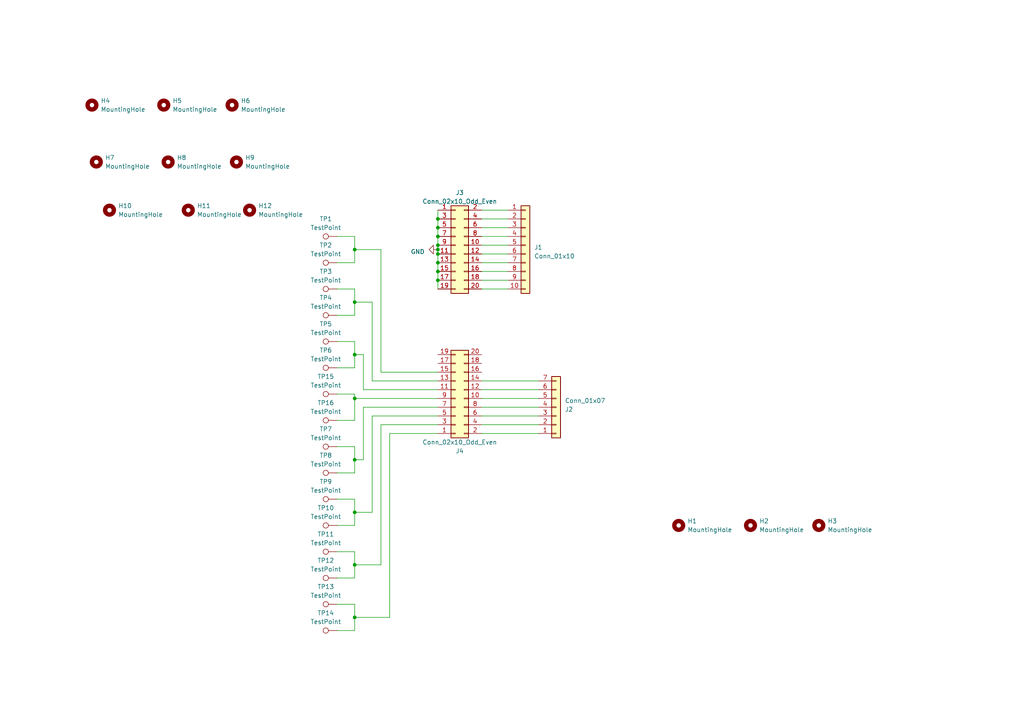
<source format=kicad_sch>
(kicad_sch (version 20230121) (generator eeschema)
  (paper "A4")
  (lib_symbols
    (symbol "Battery Symbols:TestPoint" (pin_numbers hide) (pin_names (offset 0.762) hide)
      (property "Reference" "TP" (at 0 6.858 0))
      (property "Value" "TestPoint" (at 0 5.08 0))
      (symbol "TestPoint_0_1"
        (circle (center 0 3.302) (radius 0.762))
      )
      (symbol "TestPoint_1_1"
        (pin passive line (at 0 0 90) (length 2.54) (name "1") (number "1"))
      )
    )
    (symbol "Connector_Generic:Conn_01x07" (pin_names (offset 1.016) hide)
      (property "Reference" "J" (at 0 10.16 0))
      (property "Value" "Conn_01x07" (at 0 -10.16 0))
      (symbol "Conn_01x07_1_1"
        (rectangle (start -1.27 -7.493) (end 0 -7.747) (stroke (width 0.1524)))
        (rectangle (start -1.27 -4.953) (end 0 -5.207) (stroke (width 0.1524)))
        (rectangle (start -1.27 -2.413) (end 0 -2.667) (stroke (width 0.1524)))
        (rectangle (start -1.27 0.127) (end 0 -0.127) (stroke (width 0.1524)))
        (rectangle (start -1.27 2.667) (end 0 2.413) (stroke (width 0.1524)))
        (rectangle (start -1.27 5.207) (end 0 4.953) (stroke (width 0.1524)))
        (rectangle (start -1.27 7.747) (end 0 7.493) (stroke (width 0.1524)))
        (rectangle (start -1.27 8.89) (end 1.27 -8.89) (stroke (width 0.254)) (fill (type background)))
        (pin passive line (at -5.08 7.62 0) (length 3.81) (name "Pin_1") (number "1"))
        (pin passive line (at -5.08 5.08 0) (length 3.81) (name "Pin_2") (number "2"))
        (pin passive line (at -5.08 2.54 0) (length 3.81) (name "Pin_3") (number "3"))
        (pin passive line (at -5.08 0 0) (length 3.81) (name "Pin_4") (number "4"))
        (pin passive line (at -5.08 -2.54 0) (length 3.81) (name "Pin_5") (number "5"))
        (pin passive line (at -5.08 -5.08 0) (length 3.81) (name "Pin_6") (number "6"))
        (pin passive line (at -5.08 -7.62 0) (length 3.81) (name "Pin_7") (number "7"))
      )
    )
    (symbol "Connector_Generic:Conn_01x10" (pin_names (offset 1.016) hide)
      (property "Reference" "J" (at 0 12.7 0))
      (property "Value" "Conn_01x10" (at 0 -15.24 0))
      (symbol "Conn_01x10_1_1"
        (rectangle (start -1.27 -12.573) (end 0 -12.827) (stroke (width 0.1524)))
        (rectangle (start -1.27 -10.033) (end 0 -10.287) (stroke (width 0.1524)))
        (rectangle (start -1.27 -7.493) (end 0 -7.747) (stroke (width 0.1524)))
        (rectangle (start -1.27 -4.953) (end 0 -5.207) (stroke (width 0.1524)))
        (rectangle (start -1.27 -2.413) (end 0 -2.667) (stroke (width 0.1524)))
        (rectangle (start -1.27 0.127) (end 0 -0.127) (stroke (width 0.1524)))
        (rectangle (start -1.27 2.667) (end 0 2.413) (stroke (width 0.1524)))
        (rectangle (start -1.27 5.207) (end 0 4.953) (stroke (width 0.1524)))
        (rectangle (start -1.27 7.747) (end 0 7.493) (stroke (width 0.1524)))
        (rectangle (start -1.27 10.287) (end 0 10.033) (stroke (width 0.1524)))
        (rectangle (start -1.27 11.43) (end 1.27 -13.97) (stroke (width 0.254)) (fill (type background)))
        (pin passive line (at -5.08 10.16 0) (length 3.81) (name "Pin_1") (number "1"))
        (pin passive line (at -5.08 -12.7 0) (length 3.81) (name "Pin_10") (number "10"))
        (pin passive line (at -5.08 7.62 0) (length 3.81) (name "Pin_2") (number "2"))
        (pin passive line (at -5.08 5.08 0) (length 3.81) (name "Pin_3") (number "3"))
        (pin passive line (at -5.08 2.54 0) (length 3.81) (name "Pin_4") (number "4"))
        (pin passive line (at -5.08 0 0) (length 3.81) (name "Pin_5") (number "5"))
        (pin passive line (at -5.08 -2.54 0) (length 3.81) (name "Pin_6") (number "6"))
        (pin passive line (at -5.08 -5.08 0) (length 3.81) (name "Pin_7") (number "7"))
        (pin passive line (at -5.08 -7.62 0) (length 3.81) (name "Pin_8") (number "8"))
        (pin passive line (at -5.08 -10.16 0) (length 3.81) (name "Pin_9") (number "9"))
      )
    )
    (symbol "Connector_Generic:Conn_02x10_Odd_Even" (pin_names (offset 1.016) hide)
      (property "Reference" "J" (at 1.27 12.7 0))
      (property "Value" "Conn_02x10_Odd_Even" (at 1.27 -15.24 0))
      (symbol "Conn_02x10_Odd_Even_1_1"
        (rectangle (start -1.27 -12.573) (end 0 -12.827) (stroke (width 0.1524)))
        (rectangle (start -1.27 -10.033) (end 0 -10.287) (stroke (width 0.1524)))
        (rectangle (start -1.27 -7.493) (end 0 -7.747) (stroke (width 0.1524)))
        (rectangle (start -1.27 -4.953) (end 0 -5.207) (stroke (width 0.1524)))
        (rectangle (start -1.27 -2.413) (end 0 -2.667) (stroke (width 0.1524)))
        (rectangle (start -1.27 0.127) (end 0 -0.127) (stroke (width 0.1524)))
        (rectangle (start -1.27 2.667) (end 0 2.413) (stroke (width 0.1524)))
        (rectangle (start -1.27 5.207) (end 0 4.953) (stroke (width 0.1524)))
        (rectangle (start -1.27 7.747) (end 0 7.493) (stroke (width 0.1524)))
        (rectangle (start -1.27 10.287) (end 0 10.033) (stroke (width 0.1524)))
        (rectangle (start -1.27 11.43) (end 3.81 -13.97) (stroke (width 0.254)) (fill (type background)))
        (rectangle (start 3.81 -12.573) (end 2.54 -12.827) (stroke (width 0.1524)))
        (rectangle (start 3.81 -10.033) (end 2.54 -10.287) (stroke (width 0.1524)))
        (rectangle (start 3.81 -7.493) (end 2.54 -7.747) (stroke (width 0.1524)))
        (rectangle (start 3.81 -4.953) (end 2.54 -5.207) (stroke (width 0.1524)))
        (rectangle (start 3.81 -2.413) (end 2.54 -2.667) (stroke (width 0.1524)))
        (rectangle (start 3.81 0.127) (end 2.54 -0.127) (stroke (width 0.1524)))
        (rectangle (start 3.81 2.667) (end 2.54 2.413) (stroke (width 0.1524)))
        (rectangle (start 3.81 5.207) (end 2.54 4.953) (stroke (width 0.1524)))
        (rectangle (start 3.81 7.747) (end 2.54 7.493) (stroke (width 0.1524)))
        (rectangle (start 3.81 10.287) (end 2.54 10.033) (stroke (width 0.1524)))
        (pin passive line (at -5.08 10.16 0) (length 3.81) (name "Pin_1") (number "1"))
        (pin passive line (at 7.62 0 180) (length 3.81) (name "Pin_10") (number "10"))
        (pin passive line (at -5.08 -2.54 0) (length 3.81) (name "Pin_11") (number "11"))
        (pin passive line (at 7.62 -2.54 180) (length 3.81) (name "Pin_12") (number "12"))
        (pin passive line (at -5.08 -5.08 0) (length 3.81) (name "Pin_13") (number "13"))
        (pin passive line (at 7.62 -5.08 180) (length 3.81) (name "Pin_14") (number "14"))
        (pin passive line (at -5.08 -7.62 0) (length 3.81) (name "Pin_15") (number "15"))
        (pin passive line (at 7.62 -7.62 180) (length 3.81) (name "Pin_16") (number "16"))
        (pin passive line (at -5.08 -10.16 0) (length 3.81) (name "Pin_17") (number "17"))
        (pin passive line (at 7.62 -10.16 180) (length 3.81) (name "Pin_18") (number "18"))
        (pin passive line (at -5.08 -12.7 0) (length 3.81) (name "Pin_19") (number "19"))
        (pin passive line (at 7.62 10.16 180) (length 3.81) (name "Pin_2") (number "2"))
        (pin passive line (at 7.62 -12.7 180) (length 3.81) (name "Pin_20") (number "20"))
        (pin passive line (at -5.08 7.62 0) (length 3.81) (name "Pin_3") (number "3"))
        (pin passive line (at 7.62 7.62 180) (length 3.81) (name "Pin_4") (number "4"))
        (pin passive line (at -5.08 5.08 0) (length 3.81) (name "Pin_5") (number "5"))
        (pin passive line (at 7.62 5.08 180) (length 3.81) (name "Pin_6") (number "6"))
        (pin passive line (at -5.08 2.54 0) (length 3.81) (name "Pin_7") (number "7"))
        (pin passive line (at 7.62 2.54 180) (length 3.81) (name "Pin_8") (number "8"))
        (pin passive line (at -5.08 0 0) (length 3.81) (name "Pin_9") (number "9"))
      )
    )
    (symbol "Mechanical:MountingHole" (pin_names (offset 1.016))
      (property "Reference" "H" (at 0 5.08 0))
      (property "Value" "MountingHole" (at 0 3.175 0))
      (symbol "MountingHole_0_1"
        (circle (center 0 0) (radius 1.27) (stroke (width 1.27)))
      )
    )
    (symbol "power:GND" (power) (pin_names (offset 0))
      (property "Value" "GND" (at 0 -3.81 0))
      (symbol "GND_0_1"
        (polyline (pts (xy 0 0) (xy 0 -1.27) (xy 1.27 -1.27) (xy 0 -2.54) (xy -1.27 -1.27) (xy 0 -1.27)))
      )
      (symbol "GND_1_1"
        (pin power_in line (at 0 0 270) (length 0) hide (name "GND") (number "1"))
      )
    )
  )
  (junction (at 102.87 87.63))
  (junction (at 102.87 179.07))
  (junction (at 102.87 133.35))
  (junction (at 102.87 72.39))
  (junction (at 127 76.2))
  (junction (at 127 68.58))
  (junction (at 127 63.5))
  (junction (at 127 66.04))
  (junction (at 127 71.12))
  (junction (at 127 78.74))
  (junction (at 102.87 115.57))
  (junction (at 102.87 102.87))
  (junction (at 102.87 163.83))
  (junction (at 127 72.39))
  (junction (at 102.87 148.59))
  (junction (at 127 73.66))
  (junction (at 127 81.28))
  (wire (pts (xy 147.32 68.58) (xy 139.7 68.58)))
  (wire (pts (xy 147.32 76.2) (xy 139.7 76.2)))
  (wire (pts (xy 102.87 144.78) (xy 97.79 144.78)))
  (wire (pts (xy 139.7 115.57) (xy 156.21 115.57)))
  (wire (pts (xy 102.87 160.02) (xy 97.79 160.02)))
  (wire (pts (xy 110.49 107.95) (xy 110.49 72.39)))
  (wire (pts (xy 147.32 78.74) (xy 139.7 78.74)))
  (wire (pts (xy 102.87 83.82) (xy 102.87 87.63)))
  (wire (pts (xy 113.03 179.07) (xy 102.87 179.07)))
  (wire (pts (xy 127 63.5) (xy 127 66.04)))
  (wire (pts (xy 110.49 107.95) (xy 127 107.95)))
  (wire (pts (xy 110.49 123.19) (xy 127 123.19)))
  (wire (pts (xy 105.41 133.35) (xy 105.41 118.11)))
  (wire (pts (xy 113.03 125.73) (xy 127 125.73)))
  (wire (pts (xy 102.87 114.3) (xy 97.79 114.3)))
  (wire (pts (xy 102.87 163.83) (xy 102.87 167.64)))
  (wire (pts (xy 105.41 118.11) (xy 127 118.11)))
  (wire (pts (xy 102.87 106.68) (xy 97.79 106.68)))
  (wire (pts (xy 102.87 99.06) (xy 102.87 102.87)))
  (wire (pts (xy 102.87 129.54) (xy 102.87 133.35)))
  (wire (pts (xy 102.87 115.57) (xy 102.87 121.92)))
  (wire (pts (xy 127 73.66) (xy 127 76.2)))
  (wire (pts (xy 147.32 83.82) (xy 139.7 83.82)))
  (wire (pts (xy 102.87 99.06) (xy 97.79 99.06)))
  (wire (pts (xy 102.87 87.63) (xy 102.87 91.44)))
  (wire (pts (xy 110.49 72.39) (xy 102.87 72.39)))
  (wire (pts (xy 147.32 66.04) (xy 139.7 66.04)))
  (wire (pts (xy 102.87 129.54) (xy 97.79 129.54)))
  (wire (pts (xy 127 66.04) (xy 127 68.58)))
  (wire (pts (xy 107.95 120.65) (xy 107.95 148.59)))
  (wire (pts (xy 147.32 73.66) (xy 139.7 73.66)))
  (wire (pts (xy 102.87 133.35) (xy 102.87 137.16)))
  (wire (pts (xy 102.87 148.59) (xy 102.87 152.4)))
  (wire (pts (xy 102.87 182.88) (xy 97.79 182.88)))
  (wire (pts (xy 127 60.96) (xy 127 63.5)))
  (wire (pts (xy 107.95 120.65) (xy 127 120.65)))
  (wire (pts (xy 139.7 110.49) (xy 156.21 110.49)))
  (wire (pts (xy 102.87 133.35) (xy 105.41 133.35)))
  (wire (pts (xy 139.7 125.73) (xy 156.21 125.73)))
  (wire (pts (xy 102.87 68.58) (xy 97.79 68.58)))
  (wire (pts (xy 110.49 163.83) (xy 110.49 123.19)))
  (wire (pts (xy 102.87 175.26) (xy 102.87 179.07)))
  (wire (pts (xy 147.32 63.5) (xy 139.7 63.5)))
  (wire (pts (xy 127 81.28) (xy 127 83.82)))
  (wire (pts (xy 102.87 167.64) (xy 97.79 167.64)))
  (wire (pts (xy 102.87 175.26) (xy 97.79 175.26)))
  (wire (pts (xy 139.7 120.65) (xy 156.21 120.65)))
  (wire (pts (xy 127 78.74) (xy 127 81.28)))
  (wire (pts (xy 107.95 110.49) (xy 127 110.49)))
  (wire (pts (xy 102.87 152.4) (xy 97.79 152.4)))
  (wire (pts (xy 147.32 71.12) (xy 139.7 71.12)))
  (wire (pts (xy 102.87 179.07) (xy 102.87 182.88)))
  (wire (pts (xy 102.87 72.39) (xy 102.87 76.2)))
  (wire (pts (xy 102.87 115.57) (xy 127 115.57)))
  (wire (pts (xy 102.87 102.87) (xy 102.87 106.68)))
  (wire (pts (xy 139.7 113.03) (xy 156.21 113.03)))
  (wire (pts (xy 102.87 144.78) (xy 102.87 148.59)))
  (wire (pts (xy 102.87 76.2) (xy 97.79 76.2)))
  (wire (pts (xy 127 71.12) (xy 127 72.39)))
  (wire (pts (xy 127 72.39) (xy 127 73.66)))
  (wire (pts (xy 102.87 148.59) (xy 107.95 148.59)))
  (wire (pts (xy 102.87 83.82) (xy 97.79 83.82)))
  (wire (pts (xy 147.32 81.28) (xy 139.7 81.28)))
  (wire (pts (xy 127 68.58) (xy 127 71.12)))
  (wire (pts (xy 102.87 91.44) (xy 97.79 91.44)))
  (wire (pts (xy 113.03 179.07) (xy 113.03 125.73)))
  (wire (pts (xy 107.95 87.63) (xy 102.87 87.63)))
  (wire (pts (xy 110.49 163.83) (xy 102.87 163.83)))
  (wire (pts (xy 102.87 121.92) (xy 97.79 121.92)))
  (wire (pts (xy 102.87 114.3) (xy 102.87 115.57)))
  (wire (pts (xy 105.41 113.03) (xy 105.41 102.87)))
  (wire (pts (xy 102.87 137.16) (xy 97.79 137.16)))
  (wire (pts (xy 105.41 102.87) (xy 102.87 102.87)))
  (wire (pts (xy 147.32 60.96) (xy 139.7 60.96)))
  (wire (pts (xy 102.87 68.58) (xy 102.87 72.39)))
  (wire (pts (xy 139.7 118.11) (xy 156.21 118.11)))
  (wire (pts (xy 105.41 113.03) (xy 127 113.03)))
  (wire (pts (xy 107.95 110.49) (xy 107.95 87.63)))
  (wire (pts (xy 102.87 160.02) (xy 102.87 163.83)))
  (wire (pts (xy 139.7 123.19) (xy 156.21 123.19)))
  (wire (pts (xy 127 76.2) (xy 127 78.74)))
  (symbol (lib_id "Connector_Generic:Conn_01x10") (at 152.4 71.12 0) (unit 1)
    (property "Reference" "J1" (at 154.94 71.755 0) (effects (justify left)))
    (property "Value" "Conn_01x10" (at 154.94 74.295 0) (effects (justify left)))
    (property "Footprint" "Connector_Molex:MOLEX_436501012" (effects hide))
  )
  (symbol (lib_id "Mechanical:MountingHole") (at 72.39 60.96 0) (unit 1)
    (property "Reference" "H12" (at 74.93 59.6899 0) (effects (justify left)))
    (property "Value" "MountingHole" (at 74.93 62.2299 0) (effects (justify left)))
    (property "Footprint" "MountingHole:MountingHole_3.2mm_M3_DIN965" (effects hide))
  )
  (symbol (lib_id "Connector_Generic:Conn_02x10_Odd_Even") (at 132.08 71.12 0) (unit 1)
    (property "Reference" "J3" (at 133.35 55.88 0))
    (property "Value" "Conn_02x10_Odd_Even" (at 133.35 58.42 0))
    (property "Footprint" "Connector_PinSocket_2.54mm:PinSocket_2x10_P2.54mm_Vertical_SMD" (effects hide))
  )
  (symbol (lib_id "Battery Symbols:TestPoint") (at 97.79 167.64 90) (unit 1)
    (property "Reference" "TP12" (at 94.488 162.56 90))
    (property "Value" "TestPoint" (at 94.488 165.1 90))
    (property "Footprint" "TestPoint:PAD_1x2mm" (effects hide))
  )
  (symbol (lib_id "Mechanical:MountingHole") (at 48.768 46.99 0) (unit 1)
    (property "Reference" "H8" (at 51.308 45.7199 0) (effects (justify left)))
    (property "Value" "MountingHole" (at 51.308 48.2599 0) (effects (justify left)))
    (property "Footprint" "MountingHole:MountingHole_3.2mm_M3_DIN965" (effects hide))
  )
  (symbol (lib_id "Connector_Generic:Conn_01x07") (at 161.29 118.11 0) (mirror x) (unit 1)
    (property "Reference" "J2" (at 163.83 118.745 0) (effects (justify left)))
    (property "Value" "Conn_01x07" (at 163.83 116.205 0) (effects (justify left)))
    (property "Footprint" "Connector_Molex:MOLEX_436500712" (effects hide))
  )
  (symbol (lib_id "Battery Symbols:TestPoint") (at 97.79 175.26 90) (unit 1)
    (property "Reference" "TP13" (at 94.488 170.18 90))
    (property "Value" "TestPoint" (at 94.488 172.72 90))
    (property "Footprint" "TestPoint:PAD_1x2mm" (effects hide))
  )
  (symbol (lib_id "Battery Symbols:TestPoint") (at 97.79 114.3 90) (unit 1)
    (property "Reference" "TP15" (at 94.488 109.22 90))
    (property "Value" "TestPoint" (at 94.488 111.76 90))
    (property "Footprint" "TestPoint:PAD_1x2mm" (effects hide))
  )
  (symbol (lib_id "Battery Symbols:TestPoint") (at 97.79 76.2 90) (unit 1)
    (property "Reference" "TP2" (at 94.488 71.12 90))
    (property "Value" "TestPoint" (at 94.488 73.66 90))
    (property "Footprint" "TestPoint:PAD_1x2mm" (effects hide))
  )
  (symbol (lib_id "Battery Symbols:TestPoint") (at 97.79 121.92 90) (unit 1)
    (property "Reference" "TP16" (at 94.488 116.84 90))
    (property "Value" "TestPoint" (at 94.488 119.38 90))
    (property "Footprint" "TestPoint:PAD_1x2mm" (effects hide))
  )
  (symbol (lib_id "power:GND") (at 127 72.39 270) (unit 1)
    (property "Reference" "#PWR01" (effects hide))
    (property "Value" "GND" (at 123.19 73.025 90) (effects (justify right)))
  )
  (symbol (lib_id "Battery Symbols:TestPoint") (at 97.79 99.06 90) (unit 1)
    (property "Reference" "TP5" (at 94.488 93.98 90))
    (property "Value" "TestPoint" (at 94.488 96.52 90))
    (property "Footprint" "TestPoint:PAD_1x2mm" (effects hide))
  )
  (symbol (lib_id "Battery Symbols:TestPoint") (at 97.79 68.58 90) (unit 1)
    (property "Reference" "TP1" (at 94.488 63.5 90))
    (property "Value" "TestPoint" (at 94.488 66.04 90))
    (property "Footprint" "TestPoint:PAD_1x2mm" (effects hide))
  )
  (symbol (lib_id "Battery Symbols:TestPoint") (at 97.79 91.44 90) (unit 1)
    (property "Reference" "TP4" (at 94.488 86.36 90))
    (property "Value" "TestPoint" (at 94.488 88.9 90))
    (property "Footprint" "TestPoint:PAD_1x2mm" (effects hide))
  )
  (symbol (lib_id "Battery Symbols:TestPoint") (at 97.79 144.78 90) (unit 1)
    (property "Reference" "TP9" (at 94.488 139.7 90))
    (property "Value" "TestPoint" (at 94.488 142.24 90))
    (property "Footprint" "TestPoint:PAD_1x2mm" (effects hide))
  )
  (symbol (lib_id "Mechanical:MountingHole") (at 68.58 46.99 0) (unit 1)
    (property "Reference" "H9" (at 71.12 45.7199 0) (effects (justify left)))
    (property "Value" "MountingHole" (at 71.12 48.2599 0) (effects (justify left)))
    (property "Footprint" "MountingHole:MountingHole_3.2mm_M3_DIN965" (effects hide))
  )
  (symbol (lib_id "Mechanical:MountingHole") (at 31.75 60.96 0) (unit 1)
    (property "Reference" "H10" (at 34.29 59.6899 0) (effects (justify left)))
    (property "Value" "MountingHole" (at 34.29 62.2299 0) (effects (justify left)))
    (property "Footprint" "MountingHole:MountingHole_3.2mm_M3_DIN965" (effects hide))
  )
  (symbol (lib_id "Mechanical:MountingHole") (at 27.94 46.99 0) (unit 1)
    (property "Reference" "H7" (at 30.48 45.7199 0) (effects (justify left)))
    (property "Value" "MountingHole" (at 30.48 48.2599 0) (effects (justify left)))
    (property "Footprint" "MountingHole:MountingHole_3.2mm_M3_DIN965" (effects hide))
  )
  (symbol (lib_id "Mechanical:MountingHole") (at 54.61 60.96 0) (unit 1)
    (property "Reference" "H11" (at 57.15 59.6899 0) (effects (justify left)))
    (property "Value" "MountingHole" (at 57.15 62.2299 0) (effects (justify left)))
    (property "Footprint" "MountingHole:MountingHole_3.2mm_M3_DIN965" (effects hide))
  )
  (symbol (lib_id "Mechanical:MountingHole") (at 47.498 30.48 0) (unit 1)
    (property "Reference" "H5" (at 50.038 29.2099 0) (effects (justify left)))
    (property "Value" "MountingHole" (at 50.038 31.7499 0) (effects (justify left)))
    (property "Footprint" "MountingHole:MountingHole_3.2mm_M3_DIN965" (effects hide))
  )
  (symbol (lib_id "Battery Symbols:TestPoint") (at 97.79 152.4 90) (unit 1)
    (property "Reference" "TP10" (at 94.488 147.32 90))
    (property "Value" "TestPoint" (at 94.488 149.86 90))
    (property "Footprint" "TestPoint:PAD_1x2mm" (effects hide))
  )
  (symbol (lib_id "Connector_Generic:Conn_02x10_Odd_Even") (at 132.08 115.57 0) (mirror x) (unit 1)
    (property "Reference" "J4" (at 133.35 130.81 0))
    (property "Value" "Conn_02x10_Odd_Even" (at 133.35 128.27 0))
    (property "Footprint" "Connector_PinSocket_2.54mm:PinSocket_2x10_P2.54mm_Vertical_SMD" (effects hide))
  )
  (symbol (lib_id "Mechanical:MountingHole") (at 237.49 152.4 0) (unit 1)
    (property "Reference" "H3" (at 240.03 151.1299 0) (effects (justify left)))
    (property "Value" "MountingHole" (at 240.03 153.6699 0) (effects (justify left)))
    (property "Footprint" "MountingHole:MountingHole_3.2mm_M3_DIN965" (effects hide))
  )
  (symbol (lib_id "Mechanical:MountingHole") (at 217.678 152.4 0) (unit 1)
    (property "Reference" "H2" (at 220.218 151.1299 0) (effects (justify left)))
    (property "Value" "MountingHole" (at 220.218 153.6699 0) (effects (justify left)))
    (property "Footprint" "MountingHole:MountingHole_3.2mm_M3_DIN965" (effects hide))
  )
  (symbol (lib_id "Mechanical:MountingHole") (at 196.85 152.4 0) (unit 1)
    (property "Reference" "H1" (at 199.39 151.1299 0) (effects (justify left)))
    (property "Value" "MountingHole" (at 199.39 153.6699 0) (effects (justify left)))
    (property "Footprint" "MountingHole:MountingHole_3.2mm_M3_DIN965" (effects hide))
  )
  (symbol (lib_id "Battery Symbols:TestPoint") (at 97.79 106.68 90) (unit 1)
    (property "Reference" "TP6" (at 94.488 101.6 90))
    (property "Value" "TestPoint" (at 94.488 104.14 90))
    (property "Footprint" "TestPoint:PAD_1x2mm" (effects hide))
  )
  (symbol (lib_id "Battery Symbols:TestPoint") (at 97.79 129.54 90) (unit 1)
    (property "Reference" "TP7" (at 94.488 124.46 90))
    (property "Value" "TestPoint" (at 94.488 127 90))
    (property "Footprint" "TestPoint:PAD_1x2mm" (effects hide))
  )
  (symbol (lib_id "Battery Symbols:TestPoint") (at 97.79 137.16 90) (unit 1)
    (property "Reference" "TP8" (at 94.488 132.08 90))
    (property "Value" "TestPoint" (at 94.488 134.62 90))
    (property "Footprint" "TestPoint:PAD_1x2mm" (effects hide))
  )
  (symbol (lib_id "Mechanical:MountingHole") (at 26.67 30.48 0) (unit 1)
    (property "Reference" "H4" (at 29.21 29.2099 0) (effects (justify left)))
    (property "Value" "MountingHole" (at 29.21 31.7499 0) (effects (justify left)))
    (property "Footprint" "MountingHole:MountingHole_3.2mm_M3_DIN965" (effects hide))
  )
  (symbol (lib_id "Battery Symbols:TestPoint") (at 97.79 182.88 90) (unit 1)
    (property "Reference" "TP14" (at 94.488 177.8 90))
    (property "Value" "TestPoint" (at 94.488 180.34 90))
    (property "Footprint" "TestPoint:PAD_1x2mm" (effects hide))
  )
  (symbol (lib_id "Battery Symbols:TestPoint") (at 97.79 83.82 90) (unit 1)
    (property "Reference" "TP3" (at 94.488 78.74 90))
    (property "Value" "TestPoint" (at 94.488 81.28 90))
    (property "Footprint" "TestPoint:PAD_1x2mm" (effects hide))
  )
  (symbol (lib_id "Battery Symbols:TestPoint") (at 97.79 160.02 90) (unit 1)
    (property "Reference" "TP11" (at 94.488 154.94 90))
    (property "Value" "TestPoint" (at 94.488 157.48 90))
    (property "Footprint" "TestPoint:PAD_1x2mm" (effects hide))
  )
  (symbol (lib_id "Mechanical:MountingHole") (at 67.31 30.48 0) (unit 1)
    (property "Reference" "H6" (at 69.85 29.2099 0) (effects (justify left)))
    (property "Value" "MountingHole" (at 69.85 31.7499 0) (effects (justify left)))
    (property "Footprint" "MountingHole:MountingHole_3.2mm_M3_DIN965" (effects hide))
  )
)
</source>
